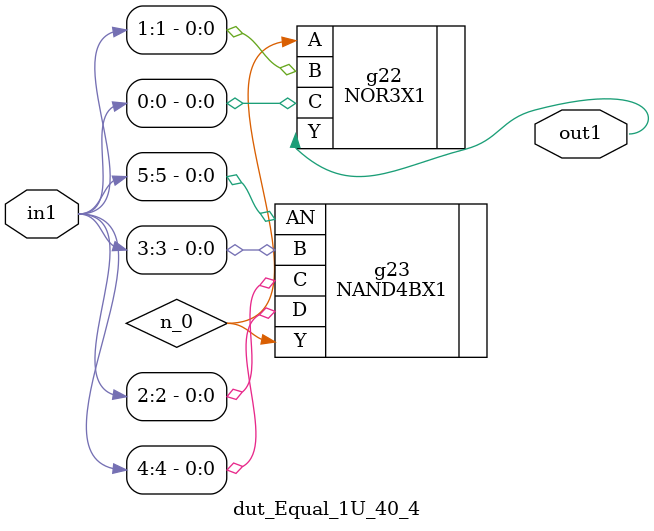
<source format=v>
`timescale 1ps / 1ps


module dut_Equal_1U_40_4(in1, out1);
  input [5:0] in1;
  output out1;
  wire [5:0] in1;
  wire out1;
  wire n_0;
  NOR3X1 g22(.A (n_0), .B (in1[1]), .C (in1[0]), .Y (out1));
  NAND4BX1 g23(.AN (in1[5]), .B (in1[3]), .C (in1[2]), .D (in1[4]), .Y
       (n_0));
endmodule



</source>
